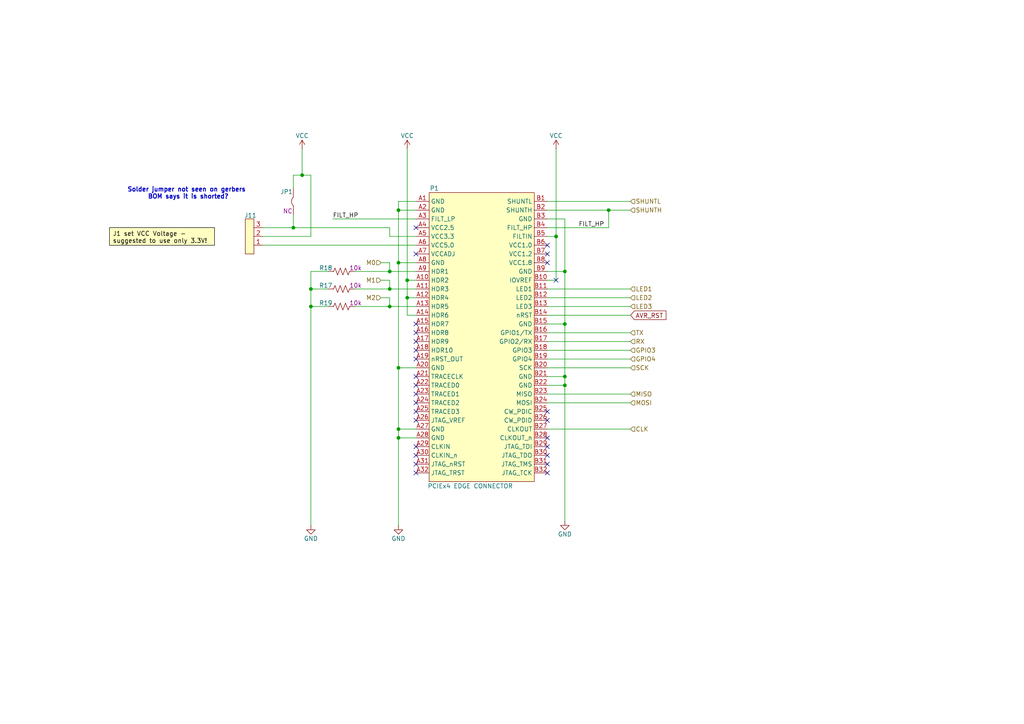
<source format=kicad_sch>
(kicad_sch (version 20231120) (generator "eeschema") (generator_version "8.0")
  (paper "A4")
  (lib_symbols
    (symbol "0603_Yageo_Res:RES_10k_0603" (pin_numbers hide)
      (property "Reference" "R" (at -20.32 5.08 0))
      (property "Display Value" "10k" (at 15.24 5.08 0))
      (symbol "RES_10k_0603_0_1"
        (polyline (pts (xy -2.286 0) (xy -2.54 0)))
        (polyline (pts (xy 2.286 0) (xy 2.54 0)))
        (polyline (pts (xy -2.286 0) (xy -1.905 1.016) (xy -1.524 0) (xy -1.143 -1.016) (xy -0.762 0)))
        (polyline (pts (xy -0.762 0) (xy -0.381 1.016) (xy 0 0) (xy 0.381 -1.016) (xy 0.762 0)))
        (polyline (pts (xy 0.762 0) (xy 1.143 1.016) (xy 1.524 0) (xy 1.905 -1.016) (xy 2.286 0)))
      )
      (symbol "RES_10k_0603_1_1"
        (pin passive line (at -3.81 0 0) (length 1.27) (name "~") (number "1"))
        (pin passive line (at 3.81 0 180) (length 1.27) (name "~") (number "2"))
      )
    )
    (symbol "NAE_Connectors:CW312T-Template" (in_bom no)
      (property "Reference" "P" (at -15.24 3.81 0))
      (property "Value" "PCIEx4 EDGE CONNECTOR " (at 3.81 3.81 0))
      (symbol "CW312T-Template_1_1"
        (rectangle (start -15.24 2.54) (end 15.24 -81.28) (fill (type background)))
        (pin unspecified line (at -19.05 0 0) (length 3.81) (name "GND") (number "A1"))
        (pin unspecified line (at -19.05 -22.86 0) (length 3.81) (name "HDR2") (number "A10"))
        (pin unspecified line (at -19.05 -25.4 0) (length 3.81) (name "HDR3") (number "A11"))
        (pin unspecified line (at -19.05 -27.94 0) (length 3.81) (name "HDR4") (number "A12"))
        (pin unspecified line (at -19.05 -30.48 0) (length 3.81) (name "HDR5") (number "A13"))
        (pin unspecified line (at -19.05 -33.02 0) (length 3.81) (name "HDR6") (number "A14"))
        (pin unspecified line (at -19.05 -35.56 0) (length 3.81) (name "HDR7") (number "A15"))
        (pin unspecified line (at -19.05 -38.1 0) (length 3.81) (name "HDR8") (number "A16"))
        (pin unspecified line (at -19.05 -40.64 0) (length 3.81) (name "HDR9") (number "A17"))
        (pin unspecified line (at -19.05 -43.18 0) (length 3.81) (name "HDR10") (number "A18"))
        (pin unspecified line (at -19.05 -45.72 0) (length 3.81) (name "nRST_OUT") (number "A19"))
        (pin unspecified line (at -19.05 -2.54 0) (length 3.81) (name "GND") (number "A2"))
        (pin unspecified line (at -19.05 -48.26 0) (length 3.81) (name "GND") (number "A20"))
        (pin unspecified line (at -19.05 -50.8 0) (length 3.81) (name "TRACECLK") (number "A21"))
        (pin unspecified line (at -19.05 -53.34 0) (length 3.81) (name "TRACED0") (number "A22"))
        (pin unspecified line (at -19.05 -55.88 0) (length 3.81) (name "TRACED1") (number "A23"))
        (pin unspecified line (at -19.05 -58.42 0) (length 3.81) (name "TRACED2") (number "A24"))
        (pin unspecified line (at -19.05 -60.96 0) (length 3.81) (name "TRACED3") (number "A25"))
        (pin unspecified line (at -19.05 -63.5 0) (length 3.81) (name "JTAG_VREF") (number "A26"))
        (pin unspecified line (at -19.05 -66.04 0) (length 3.81) (name "GND") (number "A27"))
        (pin unspecified line (at -19.05 -68.58 0) (length 3.81) (name "GND") (number "A28"))
        (pin unspecified line (at -19.05 -71.12 0) (length 3.81) (name "CLKIN") (number "A29"))
        (pin unspecified line (at -19.05 -5.08 0) (length 3.81) (name "FILT_LP") (number "A3"))
        (pin unspecified line (at -19.05 -73.66 0) (length 3.81) (name "CLKIN_n") (number "A30"))
        (pin unspecified line (at -19.05 -76.2 0) (length 3.81) (name "JTAG_nRST") (number "A31"))
        (pin unspecified line (at -19.05 -78.74 0) (length 3.81) (name "JTAG_TRST") (number "A32"))
        (pin unspecified line (at -19.05 -7.62 0) (length 3.81) (name "VCC2.5") (number "A4"))
        (pin unspecified line (at -19.05 -10.16 0) (length 3.81) (name "VCC3.3") (number "A5"))
        (pin unspecified line (at -19.05 -12.7 0) (length 3.81) (name "VCC5.0") (number "A6"))
        (pin unspecified line (at -19.05 -15.24 0) (length 3.81) (name "VCCADJ") (number "A7"))
        (pin unspecified line (at -19.05 -17.78 0) (length 3.81) (name "GND") (number "A8"))
        (pin unspecified line (at -19.05 -20.32 0) (length 3.81) (name "HDR1") (number "A9"))
        (pin unspecified line (at 19.05 0 180) (length 3.81) (name "SHUNTL") (number "B1"))
        (pin unspecified line (at 19.05 -22.86 180) (length 3.81) (name "IOVREF") (number "B10"))
        (pin unspecified line (at 19.05 -25.4 180) (length 3.81) (name "LED1") (number "B11"))
        (pin unspecified line (at 19.05 -27.94 180) (length 3.81) (name "LED2") (number "B12"))
        (pin unspecified line (at 19.05 -30.48 180) (length 3.81) (name "LED3") (number "B13"))
        (pin unspecified line (at 19.05 -33.02 180) (length 3.81) (name "nRST") (number "B14"))
        (pin unspecified line (at 19.05 -35.56 180) (length 3.81) (name "GND") (number "B15"))
        (pin unspecified line (at 19.05 -38.1 180) (length 3.81) (name "GPIO1/TX") (number "B16"))
        (pin unspecified line (at 19.05 -40.64 180) (length 3.81) (name "GPIO2/RX") (number "B17"))
        (pin unspecified line (at 19.05 -43.18 180) (length 3.81) (name "GPIO3") (number "B18"))
        (pin unspecified line (at 19.05 -45.72 180) (length 3.81) (name "GPIO4") (number "B19"))
        (pin unspecified line (at 19.05 -2.54 180) (length 3.81) (name "SHUNTH") (number "B2"))
        (pin unspecified line (at 19.05 -48.26 180) (length 3.81) (name "SCK") (number "B20"))
        (pin unspecified line (at 19.05 -50.8 180) (length 3.81) (name "GND") (number "B21"))
        (pin unspecified line (at 19.05 -53.34 180) (length 3.81) (name "GND") (number "B22"))
        (pin unspecified line (at 19.05 -55.88 180) (length 3.81) (name "MISO") (number "B23"))
        (pin unspecified line (at 19.05 -58.42 180) (length 3.81) (name "MOSI") (number "B24"))
        (pin unspecified line (at 19.05 -60.96 180) (length 3.81) (name "CW_PDIC") (number "B25"))
        (pin unspecified line (at 19.05 -63.5 180) (length 3.81) (name "CW_PDID") (number "B26"))
        (pin unspecified line (at 19.05 -66.04 180) (length 3.81) (name "CLKOUT") (number "B27"))
        (pin unspecified line (at 19.05 -68.58 180) (length 3.81) (name "CLKOUT_n") (number "B28"))
        (pin unspecified line (at 19.05 -71.12 180) (length 3.81) (name "JTAG_TDI") (number "B29"))
        (pin unspecified line (at 19.05 -5.08 180) (length 3.81) (name "GND") (number "B3"))
        (pin unspecified line (at 19.05 -73.66 180) (length 3.81) (name "JTAG_TDO") (number "B30"))
        (pin unspecified line (at 19.05 -76.2 180) (length 3.81) (name "JTAG_TMS") (number "B31"))
        (pin unspecified line (at 19.05 -78.74 180) (length 3.81) (name "JTAG_TCK") (number "B32"))
        (pin unspecified line (at 19.05 -7.62 180) (length 3.81) (name "FILT_HP") (number "B4"))
        (pin unspecified line (at 19.05 -10.16 180) (length 3.81) (name "FILTIN") (number "B5"))
        (pin unspecified line (at 19.05 -12.7 180) (length 3.81) (name "VCC1.0") (number "B6"))
        (pin unspecified line (at 19.05 -15.24 180) (length 3.81) (name "VCC1.2") (number "B7"))
        (pin unspecified line (at 19.05 -17.78 180) (length 3.81) (name "VCC1.8") (number "B8"))
        (pin unspecified line (at 19.05 -20.32 180) (length 3.81) (name "GND") (number "B9"))
      )
    )
    (symbol "NAE_Connectors:Solder_Jumper_2_NC" (pin_numbers hide)
      (property "Reference" "JP" (at -3.81 3.81 0))
      (property "Display Value" "NC" (at -3.81 0 0))
      (symbol "Solder_Jumper_2_NC_1_1"
        (arc (start 0 1.27) (mid -0.526 0) (end 0 -1.27))
        (pin unspecified line (at 0 3.81 270) (length 2.54) (name "") (number "1"))
        (pin unspecified line (at 0 -3.81 90) (length 2.54) (name "") (number "2"))
      )
    )
    (symbol "NAE_Connectors:VERT_HDR_3_2.54mm"
      (property "Reference" "J" (at 1.27 3.81 0))
      (symbol "VERT_HDR_3_2.54mm_1_1"
        (rectangle (start 0 2.54) (end 2.54 -7.62) (fill (type background)))
        (pin unspecified line (at -2.54 -5.08 0) (length 2.54) (name "") (number "1"))
        (pin unspecified line (at -2.54 -2.54 0) (length 2.54) (name "") (number "2"))
        (pin unspecified line (at -2.54 0 0) (length 2.54) (name "") (number "3"))
      )
    )
    (symbol "power:GND" (power) (pin_numbers hide) (pin_names (offset 0) hide)
      (property "Value" "GND" (at 0 -3.81 0))
      (symbol "GND_0_1"
        (polyline (pts (xy 0 0) (xy 0 -1.27) (xy 1.27 -1.27) (xy 0 -2.54) (xy -1.27 -1.27) (xy 0 -1.27)))
      )
      (symbol "GND_1_1"
        (pin power_in line (at 0 0 270) (length 0) (name "~") (number "1"))
      )
    )
    (symbol "power:VCC" (power) (pin_numbers hide) (pin_names (offset 0) hide)
      (property "Value" "VCC" (at 0 3.556 0))
      (symbol "VCC_0_1"
        (polyline (pts (xy -0.762 1.27) (xy 0 2.54)))
        (polyline (pts (xy 0 0) (xy 0 2.54)))
        (polyline (pts (xy 0 2.54) (xy 0.762 1.27)))
      )
      (symbol "VCC_1_1"
        (pin power_in line (at 0 0 90) (length 0) (name "~") (number "1"))
      )
    )
  )
  (junction (at 113.03 83.82))
  (junction (at 115.57 76.2))
  (junction (at 113.03 78.74))
  (junction (at 90.17 88.9))
  (junction (at 115.57 127))
  (junction (at 87.63 50.8))
  (junction (at 115.57 124.46))
  (junction (at 90.17 83.82))
  (junction (at 163.83 109.22))
  (junction (at 85.09 66.04))
  (junction (at 118.11 86.36))
  (junction (at 176.53 60.96))
  (junction (at 163.83 93.98))
  (junction (at 115.57 106.68))
  (junction (at 163.83 111.76))
  (junction (at 113.03 88.9))
  (junction (at 163.83 78.74))
  (junction (at 118.11 81.28))
  (junction (at 115.57 60.96))
  (junction (at 161.29 68.58))
  (no_connect (at 158.75 134.62))
  (no_connect (at 120.65 96.52))
  (no_connect (at 158.75 129.54))
  (no_connect (at 158.75 73.66))
  (no_connect (at 158.75 127))
  (no_connect (at 120.65 101.6))
  (no_connect (at 120.65 116.84))
  (no_connect (at 161.29 81.28))
  (no_connect (at 120.65 66.04))
  (no_connect (at 120.65 119.38))
  (no_connect (at 158.75 119.38))
  (no_connect (at 120.65 114.3))
  (no_connect (at 120.65 111.76))
  (no_connect (at 120.65 132.08))
  (no_connect (at 158.75 137.16))
  (no_connect (at 120.65 73.66))
  (no_connect (at 158.75 132.08))
  (no_connect (at 158.75 76.2))
  (no_connect (at 120.65 134.62))
  (no_connect (at 120.65 104.14))
  (no_connect (at 120.65 129.54))
  (no_connect (at 120.65 99.06))
  (no_connect (at 120.65 137.16))
  (no_connect (at 158.75 71.12))
  (no_connect (at 158.75 121.92))
  (no_connect (at 120.65 93.98))
  (no_connect (at 120.65 109.22))
  (no_connect (at 120.65 121.92))
  (wire (pts (xy 115.57 124.46) (xy 115.57 127)))
  (wire (pts (xy 118.11 81.28) (xy 118.11 86.36)))
  (wire (pts (xy 158.75 101.6) (xy 182.88 101.6)))
  (wire (pts (xy 85.09 62.23) (xy 85.09 66.04)))
  (wire (pts (xy 158.75 93.98) (xy 163.83 93.98)))
  (wire (pts (xy 115.57 124.46) (xy 120.65 124.46)))
  (wire (pts (xy 158.75 60.96) (xy 176.53 60.96)))
  (wire (pts (xy 176.53 60.96) (xy 182.88 60.96)))
  (wire (pts (xy 113.03 88.9) (xy 113.03 86.36)))
  (wire (pts (xy 113.03 78.74) (xy 120.65 78.74)))
  (wire (pts (xy 90.17 83.82) (xy 90.17 88.9)))
  (wire (pts (xy 120.65 86.36) (xy 118.11 86.36)))
  (wire (pts (xy 90.17 88.9) (xy 95.25 88.9)))
  (wire (pts (xy 158.75 99.06) (xy 182.88 99.06)))
  (wire (pts (xy 96.52 63.5) (xy 120.65 63.5)))
  (wire (pts (xy 118.11 81.28) (xy 120.65 81.28)))
  (wire (pts (xy 115.57 60.96) (xy 120.65 60.96)))
  (wire (pts (xy 163.83 63.5) (xy 163.83 78.74)))
  (wire (pts (xy 85.09 50.8) (xy 87.63 50.8)))
  (wire (pts (xy 161.29 43.18) (xy 161.29 68.58)))
  (wire (pts (xy 113.03 83.82) (xy 120.65 83.82)))
  (wire (pts (xy 102.87 83.82) (xy 113.03 83.82)))
  (wire (pts (xy 163.83 78.74) (xy 163.83 93.98)))
  (wire (pts (xy 90.17 83.82) (xy 95.25 83.82)))
  (wire (pts (xy 115.57 106.68) (xy 115.57 124.46)))
  (wire (pts (xy 102.87 88.9) (xy 113.03 88.9)))
  (wire (pts (xy 90.17 88.9) (xy 90.17 152.4)))
  (wire (pts (xy 113.03 88.9) (xy 120.65 88.9)))
  (wire (pts (xy 161.29 81.28) (xy 161.29 68.58)))
  (wire (pts (xy 158.75 83.82) (xy 182.88 83.82)))
  (wire (pts (xy 113.03 66.04) (xy 85.09 66.04)))
  (wire (pts (xy 118.11 43.18) (xy 118.11 81.28)))
  (wire (pts (xy 158.75 88.9) (xy 182.88 88.9)))
  (wire (pts (xy 158.75 104.14) (xy 182.88 104.14)))
  (wire (pts (xy 158.75 114.3) (xy 182.88 114.3)))
  (wire (pts (xy 163.83 63.5) (xy 158.75 63.5)))
  (wire (pts (xy 115.57 60.96) (xy 115.57 76.2)))
  (wire (pts (xy 158.75 58.42) (xy 182.88 58.42)))
  (wire (pts (xy 76.2 68.58) (xy 90.17 68.58)))
  (wire (pts (xy 113.03 83.82) (xy 113.03 81.28)))
  (wire (pts (xy 158.75 66.04) (xy 176.53 66.04)))
  (wire (pts (xy 87.63 43.18) (xy 87.63 50.8)))
  (wire (pts (xy 158.75 81.28) (xy 161.29 81.28)))
  (wire (pts (xy 115.57 58.42) (xy 115.57 60.96)))
  (wire (pts (xy 158.75 109.22) (xy 163.83 109.22)))
  (wire (pts (xy 163.83 109.22) (xy 163.83 111.76)))
  (wire (pts (xy 163.83 111.76) (xy 163.83 151.13)))
  (wire (pts (xy 118.11 91.44) (xy 118.11 86.36)))
  (wire (pts (xy 85.09 50.8) (xy 85.09 54.61)))
  (wire (pts (xy 95.25 78.74) (xy 90.17 78.74)))
  (wire (pts (xy 120.65 91.44) (xy 118.11 91.44)))
  (wire (pts (xy 158.75 91.44) (xy 182.88 91.44)))
  (wire (pts (xy 90.17 50.8) (xy 87.63 50.8)))
  (wire (pts (xy 76.2 66.04) (xy 85.09 66.04)))
  (wire (pts (xy 158.75 86.36) (xy 182.88 86.36)))
  (wire (pts (xy 113.03 68.58) (xy 120.65 68.58)))
  (wire (pts (xy 158.75 116.84) (xy 182.88 116.84)))
  (wire (pts (xy 158.75 68.58) (xy 161.29 68.58)))
  (wire (pts (xy 115.57 76.2) (xy 115.57 106.68)))
  (wire (pts (xy 113.03 68.58) (xy 113.03 66.04)))
  (wire (pts (xy 176.53 66.04) (xy 176.53 60.96)))
  (wire (pts (xy 158.75 78.74) (xy 163.83 78.74)))
  (wire (pts (xy 90.17 78.74) (xy 90.17 83.82)))
  (wire (pts (xy 120.65 58.42) (xy 115.57 58.42)))
  (wire (pts (xy 120.65 127) (xy 115.57 127)))
  (wire (pts (xy 113.03 78.74) (xy 113.03 76.2)))
  (wire (pts (xy 115.57 106.68) (xy 120.65 106.68)))
  (wire (pts (xy 110.49 76.2) (xy 113.03 76.2)))
  (wire (pts (xy 158.75 124.46) (xy 182.88 124.46)))
  (wire (pts (xy 110.49 81.28) (xy 113.03 81.28)))
  (wire (pts (xy 76.2 71.12) (xy 120.65 71.12)))
  (wire (pts (xy 163.83 93.98) (xy 163.83 109.22)))
  (wire (pts (xy 158.75 106.68) (xy 182.88 106.68)))
  (wire (pts (xy 90.17 50.8) (xy 90.17 68.58)))
  (wire (pts (xy 115.57 76.2) (xy 120.65 76.2)))
  (wire (pts (xy 115.57 127) (xy 115.57 152.4)))
  (wire (pts (xy 158.75 96.52) (xy 182.88 96.52)))
  (wire (pts (xy 102.87 78.74) (xy 113.03 78.74)))
  (wire (pts (xy 110.49 86.36) (xy 113.03 86.36)))
  (wire (pts (xy 158.75 111.76) (xy 163.83 111.76)))
  (text_box "J1 set VCC Voltage -\nsuggested to use only 3.3V!" (at 31.75 66.04 0) (size 30.48 5.08) (stroke (width 0) (color 0 0 0 1)) (fill (type color) (color 255 255 194 1)) (effects (font (size 1.27 1.27)) (justify left top)))
  (text "Solder jumper not seen on gerbers \nBOM says it is shorted?" (at 54.61 56.134 0) (effects (font (size 1.27 1.27) (thickness 0.254) (bold yes))))
  (label "FILT_HP" (at 175.26 66.04 180))
  (label "FILT_HP" (at 96.52 63.5 0))
  (global_label "AVR_RST" (shape input) (at 182.88 91.44 0) (property "Intersheetrefs" "${INTERSHEET_REFS}" (effects (hide yes))))
  (hierarchical_label "LED3" (shape input) (at 182.88 88.9 0))
  (hierarchical_label "MISO" (shape input) (at 182.88 114.3 0))
  (hierarchical_label "SHUNTL" (shape input) (at 182.88 58.42 0))
  (hierarchical_label "CLK" (shape input) (at 182.88 124.46 0))
  (hierarchical_label "RX" (shape input) (at 182.88 99.06 0))
  (hierarchical_label "M1" (shape input) (at 110.49 81.28 180))
  (hierarchical_label "M0" (shape input) (at 110.49 76.2 180))
  (hierarchical_label "MOSI" (shape input) (at 182.88 116.84 0))
  (hierarchical_label "SCK" (shape input) (at 182.88 106.68 0))
  (hierarchical_label "LED2" (shape input) (at 182.88 86.36 0))
  (hierarchical_label "GPIO3" (shape input) (at 182.88 101.6 0))
  (hierarchical_label "LED1" (shape input) (at 182.88 83.82 0))
  (hierarchical_label "SHUNTH" (shape input) (at 182.88 60.96 0))
  (hierarchical_label "GPIO4" (shape input) (at 182.88 104.14 0))
  (hierarchical_label "M2" (shape input) (at 110.49 86.36 180))
  (hierarchical_label "TX" (shape input) (at 182.88 96.52 0))
  (symbol (lib_id "0603_Yageo_Res:RES_10k_0603") (at 99.06 88.9 0) (unit 1)
    (property "Reference" "R19" (at 94.488 87.884 0))
    (property "Value" "RES_10k_0603" (effects (hide yes)))
    (property "Footprint" "Resistor_SMD:R_0603_1608Metric" (effects (hide yes)))
    (property "Datasheet" "https://www.yageo.com/upload/media/product/products/datasheet/rchip/PYu-RC_Group_51_RoHS_L_12.pdf" (effects (hide yes)))
    (property "Description" "RES 10K OHM 1% 1/10W 0603" (effects (hide yes)))
    (property "Display Value" "10k" (at 103.124 87.884 0))
    (property "Manufacturer" "YAGEO" (effects (hide yes)))
    (property "Manufacturer Part Number" "RC0603FR-0710KL" (effects (hide yes)))
    (property "Supplier 1" "DigiKey" (effects (hide yes)))
    (property "Supplier 1 Part Number" "311-10.0KHRCT-ND" (effects (hide yes)))
    (property "Supplier 2" "no_data" (effects (hide yes)))
    (property "Supplier 2 Part Number" "no_data" (effects (hide yes)))
  )
  (symbol (lib_id "NAE_Connectors:VERT_HDR_3_2.54mm") (at 73.66 66.04 0) (mirror y) (unit 1)
    (property "Reference" "J11" (at 72.644 62.484 0))
    (property "Value" "1x3 straight header pins" (effects (hide yes)))
    (property "Footprint" "Connector_PinHeader_2.54mm:PinHeader_1x03_P2.54mm_Vertical" (effects (hide yes)))
    (property "Datasheet" "https://www.we-online.com/components/products/datasheet/61300311121.pdf" (effects (hide yes)))
    (property "Description" "CONN HEADER VERT 3POS 2.54MM" (effects (hide yes)))
    (property "Display Value" "Header" (effects (hide yes)))
    (property "Manufacturer" "Würth Elektronik" (effects (hide yes)))
    (property "Manufacturer Part Number" "61300311121" (effects (hide yes)))
    (property "Supplier 1" "DigiKey" (effects (hide yes)))
    (property "Supplier 1 Part Number" "732-5316-ND" (effects (hide yes)))
  )
  (symbol (lib_id "NAE_Connectors:CW312T-Template") (at 139.7 58.42 0) (unit 1) (in_bom no)
    (property "Reference" "P1" (at 125.984 54.61 0))
    (property "Value" "PCIEx4 EDGE CONNECTOR" (at 136.398 140.97 0))
    (property "Footprint" "tutorial_2_library:CW312_Template" (effects (hide yes)))
    (property "Description" "BOARD AND EDGE CONNECTOR TEMPLATE FOR CW312 TARGETS" (effects (hide yes)))
  )
  (symbol (lib_id "power:GND") (at 90.17 152.4 0) (unit 1)
    (property "Reference" "#PWR05" (effects (hide yes)))
    (property "Value" "GND" (at 90.17 156.21 0))
    (property "Description" "Power symbol creates a global label with name \"GND\" , ground" (effects (hide yes)))
  )
  (symbol (lib_id "power:VCC") (at 118.11 43.18 0) (unit 1)
    (property "Reference" "#PWR04" (effects (hide yes)))
    (property "Value" "VCC" (at 118.11 39.37 0))
    (property "Description" "Power symbol creates a global label with name \"VCC\"" (effects (hide yes)))
  )
  (symbol (lib_id "power:VCC") (at 161.29 43.18 0) (unit 1)
    (property "Reference" "#PWR03" (effects (hide yes)))
    (property "Value" "VCC" (at 161.29 39.37 0))
    (property "Description" "Power symbol creates a global label with name \"VCC\"" (effects (hide yes)))
  )
  (symbol (lib_id "0603_Yageo_Res:RES_10k_0603") (at 99.06 83.82 0) (unit 1)
    (property "Reference" "R17" (at 94.488 82.804 0))
    (property "Value" "RES_10k_0603" (effects (hide yes)))
    (property "Footprint" "Resistor_SMD:R_0603_1608Metric" (effects (hide yes)))
    (property "Datasheet" "https://www.yageo.com/upload/media/product/products/datasheet/rchip/PYu-RC_Group_51_RoHS_L_12.pdf" (effects (hide yes)))
    (property "Description" "RES 10K OHM 1% 1/10W 0603" (effects (hide yes)))
    (property "Display Value" "10k" (at 103.124 82.804 0))
    (property "Manufacturer" "YAGEO" (effects (hide yes)))
    (property "Manufacturer Part Number" "RC0603FR-0710KL" (effects (hide yes)))
    (property "Supplier 1" "DigiKey" (effects (hide yes)))
    (property "Supplier 1 Part Number" "311-10.0KHRCT-ND" (effects (hide yes)))
    (property "Supplier 2" "no_data" (effects (hide yes)))
    (property "Supplier 2 Part Number" "no_data" (effects (hide yes)))
  )
  (symbol (lib_id "NAE_Connectors:Solder_Jumper_2_NC") (at 85.09 58.42 0) (unit 1)
    (property "Reference" "JP1" (at 81.28 55.626 0) (effects (justify left)))
    (property "Footprint" "Jumper:SolderJumper-2_P1.3mm_Bridged2Bar_Pad1.0x1.5mm" (effects (hide yes)))
    (property "Display Value" "NC" (at 82.042 61.214 0) (effects (justify left)))
  )
  (symbol (lib_id "power:VCC") (at 87.63 43.18 0) (unit 1)
    (property "Reference" "#PWR06" (effects (hide yes)))
    (property "Value" "VCC" (at 87.63 39.37 0))
    (property "Description" "Power symbol creates a global label with name \"VCC\"" (effects (hide yes)))
  )
  (symbol (lib_id "power:GND") (at 163.83 151.13 0) (unit 1)
    (property "Reference" "#PWR02" (effects (hide yes)))
    (property "Value" "GND" (at 163.83 154.94 0))
    (property "Description" "Power symbol creates a global label with name \"GND\" , ground" (effects (hide yes)))
  )
  (symbol (lib_id "0603_Yageo_Res:RES_10k_0603") (at 99.06 78.74 0) (unit 1)
    (property "Reference" "R18" (at 94.488 77.724 0))
    (property "Value" "RES_10k_0603" (effects (hide yes)))
    (property "Footprint" "Resistor_SMD:R_0603_1608Metric" (effects (hide yes)))
    (property "Datasheet" "https://www.yageo.com/upload/media/product/products/datasheet/rchip/PYu-RC_Group_51_RoHS_L_12.pdf" (effects (hide yes)))
    (property "Description" "RES 10K OHM 1% 1/10W 0603" (effects (hide yes)))
    (property "Display Value" "10k" (at 103.124 77.724 0))
    (property "Manufacturer" "YAGEO" (effects (hide yes)))
    (property "Manufacturer Part Number" "RC0603FR-0710KL" (effects (hide yes)))
    (property "Supplier 1" "DigiKey" (effects (hide yes)))
    (property "Supplier 1 Part Number" "311-10.0KHRCT-ND" (effects (hide yes)))
    (property "Supplier 2" "no_data" (effects (hide yes)))
    (property "Supplier 2 Part Number" "no_data" (effects (hide yes)))
  )
  (symbol (lib_id "power:GND") (at 115.57 152.4 0) (unit 1)
    (property "Reference" "#PWR01" (effects (hide yes)))
    (property "Value" "GND" (at 115.57 156.21 0))
    (property "Description" "Power symbol creates a global label with name \"GND\" , ground" (effects (hide yes)))
  )
)
</source>
